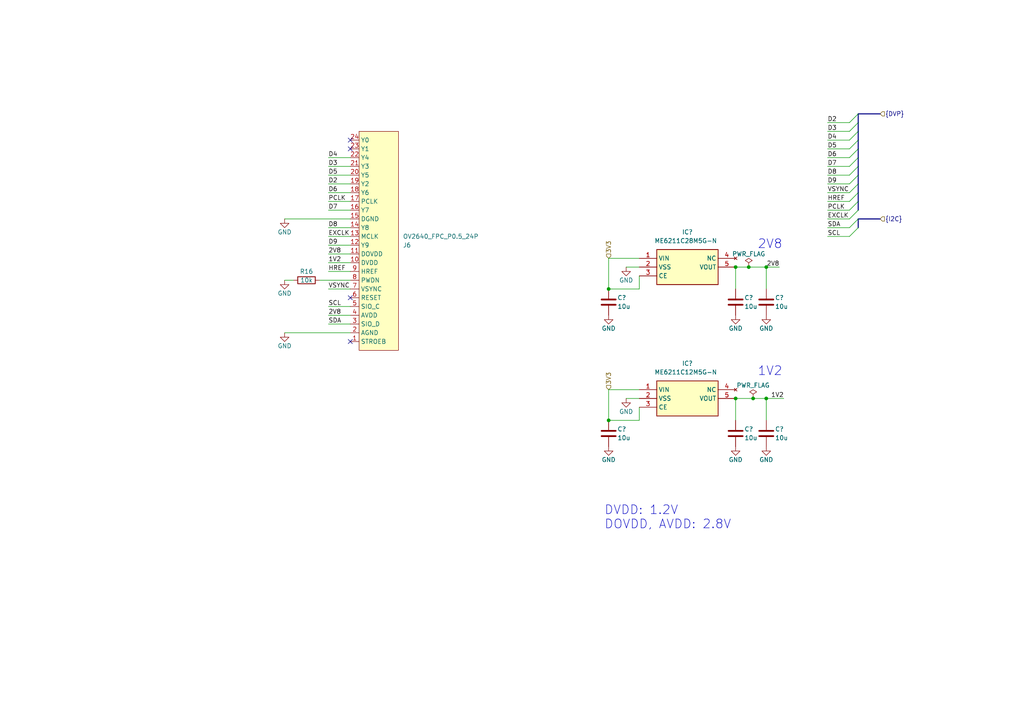
<source format=kicad_sch>
(kicad_sch (version 20231120) (generator "eeschema") (generator_version "8.0")
  (paper "A4")
  (lib_symbols
    (symbol "Device:C" (pin_numbers hide) (pin_names (offset 0.254))
      (property "Reference" "C" (at 0.635 2.54 0))
      (property "Value" "C" (at 0.635 -2.54 0))
      (symbol "C_0_1"
        (polyline (pts (xy -2.032 -0.762) (xy 2.032 -0.762)) (stroke (width 0.508)))
        (polyline (pts (xy -2.032 0.762) (xy 2.032 0.762)) (stroke (width 0.508)))
      )
      (symbol "C_1_1"
        (pin passive line (at 0 3.81 270) (length 2.794) (name "~") (number "1"))
        (pin passive line (at 0 -3.81 90) (length 2.794) (name "~") (number "2"))
      )
    )
    (symbol "Device:R" (pin_numbers hide) (pin_names (offset 0))
      (property "Reference" "R" (at 2.032 0 90))
      (property "Value" "R" (at 0 0 90))
      (symbol "R_0_1"
        (rectangle (start -1.016 -2.54) (end 1.016 2.54) (stroke (width 0.254)))
      )
      (symbol "R_1_1"
        (pin passive line (at 0 3.81 270) (length 1.27) (name "~") (number "1"))
        (pin passive line (at 0 -3.81 90) (length 1.27) (name "~") (number "2"))
      )
    )
    (symbol "Ikafly_lib:OV2640_FPC"
      (property "Reference" "J" (at 6.35 3.81 0))
      (property "Value" "OV2640_FPC_P0.5_24P" (at 5.08 1.27 0))
      (symbol "OV2640_FPC_1_1"
        (rectangle (start 2.54 0) (end 13.97 -63.5) (fill (type background)))
        (pin input line (at 0 -2.54 0) (length 2.54) (name "STROEB") (number "1"))
        (pin input line (at 0 -25.4 0) (length 2.54) (name "DVDD") (number "10"))
        (pin input line (at 0 -27.94 0) (length 2.54) (name "DOVDD") (number "11"))
        (pin input line (at 0 -30.48 0) (length 2.54) (name "Y9") (number "12"))
        (pin input line (at 0 -33.02 0) (length 2.54) (name "MCLK") (number "13"))
        (pin input line (at 0 -35.56 0) (length 2.54) (name "Y8") (number "14"))
        (pin input line (at 0 -38.1 0) (length 2.54) (name "DGND") (number "15"))
        (pin input line (at 0 -40.64 0) (length 2.54) (name "Y7") (number "16"))
        (pin input line (at 0 -43.18 0) (length 2.54) (name "PCLK") (number "17"))
        (pin input line (at 0 -45.72 0) (length 2.54) (name "Y6") (number "18"))
        (pin input line (at 0 -48.26 0) (length 2.54) (name "Y2") (number "19"))
        (pin input line (at 0 -5.08 0) (length 2.54) (name "AGND") (number "2"))
        (pin input line (at 0 -50.8 0) (length 2.54) (name "Y5") (number "20"))
        (pin input line (at 0 -53.34 0) (length 2.54) (name "Y3") (number "21"))
        (pin input line (at 0 -55.88 0) (length 2.54) (name "Y4") (number "22"))
        (pin input line (at 0 -58.42 0) (length 2.54) (name "Y1") (number "23"))
        (pin input line (at 0 -60.96 0) (length 2.54) (name "Y0") (number "24"))
        (pin input line (at 0 -7.62 0) (length 2.54) (name "SIO_D") (number "3"))
        (pin input line (at 0 -10.16 0) (length 2.54) (name "AVDD") (number "4"))
        (pin input line (at 0 -12.7 0) (length 2.54) (name "SIO_C") (number "5"))
        (pin input line (at 0 -15.24 0) (length 2.54) (name "RESET") (number "6"))
        (pin input line (at 0 -17.78 0) (length 2.54) (name "VSYNC") (number "7"))
        (pin input line (at 0 -20.32 0) (length 2.54) (name "PWDN") (number "8"))
        (pin input line (at 0 -22.86 0) (length 2.54) (name "HREF") (number "9"))
      )
    )
    (symbol "SamacSys_Parts:ME6211C33M5G"
      (property "Reference" "IC" (at 24.13 7.62 0))
      (property "Value" "ME6211C33M5G" (at 24.13 5.08 0))
      (symbol "ME6211C33M5G_1_1"
        (rectangle (start 5.08 2.54) (end 22.86 -7.62) (stroke (width 0.254)) (fill (type background)))
        (pin passive line (at 0 0 0) (length 5.08) (name "VIN") (number "1"))
        (pin passive line (at 0 -2.54 0) (length 5.08) (name "VSS") (number "2"))
        (pin passive line (at 0 -5.08 0) (length 5.08) (name "CE") (number "3"))
        (pin no_connect line (at 27.94 0 180) (length 5.08) (name "NC") (number "4"))
        (pin passive line (at 27.94 -2.54 180) (length 5.08) (name "VOUT") (number "5"))
      )
    )
    (symbol "power:GND" (power) (pin_names (offset 0))
      (property "Value" "GND" (at 0 -3.81 0))
      (symbol "GND_0_1"
        (polyline (pts (xy 0 0) (xy 0 -1.27) (xy 1.27 -1.27) (xy 0 -2.54) (xy -1.27 -1.27) (xy 0 -1.27)))
      )
      (symbol "GND_1_1"
        (pin power_in line (at 0 0 270) (length 0) hide (name "GND") (number "1"))
      )
    )
    (symbol "power:PWR_FLAG" (power) (pin_numbers hide) (pin_names (offset 0) hide)
      (property "Value" "PWR_FLAG" (at 0 3.81 0))
      (symbol "PWR_FLAG_0_0"
        (pin power_out line (at 0 0 90) (length 0) (name "pwr") (number "1"))
      )
      (symbol "PWR_FLAG_0_1"
        (polyline (pts (xy 0 0) (xy 0 1.27) (xy -1.016 1.905) (xy 0 2.54) (xy 1.016 1.905) (xy 0 1.27)))
      )
    )
  )
  (junction (at 218.44 115.57))
  (junction (at 213.36 77.47))
  (junction (at 176.53 121.92))
  (junction (at 176.53 83.82))
  (junction (at 222.25 77.47))
  (junction (at 222.25 115.57))
  (junction (at 217.17 77.47))
  (junction (at 213.36 115.57))
  (no_connect (at 101.6 40.64))
  (no_connect (at 101.6 43.18))
  (no_connect (at 101.6 86.36))
  (no_connect (at 101.6 99.06))
  (bus_entry (at 246.38 66.04) (size 2.54 -2.54))
  (bus_entry (at 246.38 58.42) (size 2.54 -2.54))
  (bus_entry (at 246.38 48.26) (size 2.54 -2.54))
  (bus_entry (at 246.38 38.1) (size 2.54 -2.54))
  (bus_entry (at 246.38 60.96) (size 2.54 -2.54))
  (bus_entry (at 246.38 53.34) (size 2.54 -2.54))
  (bus_entry (at 246.38 63.5) (size 2.54 -2.54))
  (bus_entry (at 246.38 50.8) (size 2.54 -2.54))
  (bus_entry (at 246.38 43.18) (size 2.54 -2.54))
  (bus_entry (at 246.38 55.88) (size 2.54 -2.54))
  (bus_entry (at 246.38 45.72) (size 2.54 -2.54))
  (bus_entry (at 246.38 40.64) (size 2.54 -2.54))
  (bus_entry (at 246.38 35.56) (size 2.54 -2.54))
  (bus_entry (at 246.38 68.58) (size 2.54 -2.54))
  (wire (pts (xy 240.03 66.04) (xy 246.38 66.04)))
  (bus (pts (xy 248.92 35.56) (xy 248.92 33.02)))
  (wire (pts (xy 240.03 40.64) (xy 246.38 40.64)))
  (wire (pts (xy 176.53 74.93) (xy 176.53 83.82)))
  (wire (pts (xy 240.03 45.72) (xy 246.38 45.72)))
  (wire (pts (xy 95.25 91.44) (xy 101.6 91.44)))
  (bus (pts (xy 248.92 58.42) (xy 248.92 55.88)))
  (wire (pts (xy 95.25 68.58) (xy 101.6 68.58)))
  (wire (pts (xy 82.55 63.5) (xy 101.6 63.5)))
  (wire (pts (xy 82.55 81.28) (xy 85.09 81.28)))
  (bus (pts (xy 248.92 48.26) (xy 248.92 45.72)))
  (wire (pts (xy 240.03 43.18) (xy 246.38 43.18)))
  (wire (pts (xy 217.17 77.47) (xy 222.25 77.47)))
  (wire (pts (xy 240.03 58.42) (xy 246.38 58.42)))
  (wire (pts (xy 240.03 68.58) (xy 246.38 68.58)))
  (wire (pts (xy 95.25 83.82) (xy 101.6 83.82)))
  (wire (pts (xy 95.25 76.2) (xy 101.6 76.2)))
  (bus (pts (xy 248.92 53.34) (xy 248.92 50.8)))
  (bus (pts (xy 248.92 40.64) (xy 248.92 38.1)))
  (wire (pts (xy 222.25 83.82) (xy 222.25 77.47)))
  (wire (pts (xy 95.25 53.34) (xy 101.6 53.34)))
  (wire (pts (xy 176.53 113.03) (xy 185.42 113.03)))
  (wire (pts (xy 95.25 93.98) (xy 101.6 93.98)))
  (bus (pts (xy 248.92 66.04) (xy 248.92 63.5)))
  (bus (pts (xy 248.92 60.96) (xy 248.92 58.42)))
  (wire (pts (xy 240.03 63.5) (xy 246.38 63.5)))
  (wire (pts (xy 95.25 73.66) (xy 101.6 73.66)))
  (wire (pts (xy 185.42 80.01) (xy 185.42 83.82)))
  (wire (pts (xy 240.03 35.56) (xy 246.38 35.56)))
  (wire (pts (xy 213.36 83.82) (xy 213.36 77.47)))
  (wire (pts (xy 95.25 45.72) (xy 101.6 45.72)))
  (wire (pts (xy 222.25 77.47) (xy 226.06 77.47)))
  (bus (pts (xy 248.92 63.5) (xy 255.27 63.5)))
  (bus (pts (xy 248.92 45.72) (xy 248.92 43.18)))
  (bus (pts (xy 248.92 55.88) (xy 248.92 53.34)))
  (wire (pts (xy 222.25 121.92) (xy 222.25 115.57)))
  (wire (pts (xy 213.36 115.57) (xy 218.44 115.57)))
  (wire (pts (xy 95.25 50.8) (xy 101.6 50.8)))
  (bus (pts (xy 248.92 38.1) (xy 248.92 35.56)))
  (wire (pts (xy 95.25 71.12) (xy 101.6 71.12)))
  (wire (pts (xy 176.53 74.93) (xy 185.42 74.93)))
  (wire (pts (xy 240.03 55.88) (xy 246.38 55.88)))
  (wire (pts (xy 240.03 60.96) (xy 246.38 60.96)))
  (bus (pts (xy 248.92 33.02) (xy 255.27 33.02)))
  (wire (pts (xy 95.25 55.88) (xy 101.6 55.88)))
  (wire (pts (xy 185.42 83.82) (xy 176.53 83.82)))
  (wire (pts (xy 240.03 38.1) (xy 246.38 38.1)))
  (wire (pts (xy 95.25 48.26) (xy 101.6 48.26)))
  (wire (pts (xy 185.42 121.92) (xy 176.53 121.92)))
  (wire (pts (xy 95.25 58.42) (xy 101.6 58.42)))
  (wire (pts (xy 185.42 118.11) (xy 185.42 121.92)))
  (wire (pts (xy 92.71 81.28) (xy 101.6 81.28)))
  (wire (pts (xy 240.03 48.26) (xy 246.38 48.26)))
  (wire (pts (xy 222.25 115.57) (xy 227.33 115.57)))
  (wire (pts (xy 176.53 113.03) (xy 176.53 121.92)))
  (wire (pts (xy 95.25 88.9) (xy 101.6 88.9)))
  (wire (pts (xy 240.03 53.34) (xy 246.38 53.34)))
  (wire (pts (xy 213.36 77.47) (xy 217.17 77.47)))
  (wire (pts (xy 181.61 115.57) (xy 185.42 115.57)))
  (wire (pts (xy 82.55 96.52) (xy 101.6 96.52)))
  (wire (pts (xy 218.44 115.57) (xy 222.25 115.57)))
  (wire (pts (xy 213.36 121.92) (xy 213.36 115.57)))
  (wire (pts (xy 240.03 50.8) (xy 246.38 50.8)))
  (wire (pts (xy 95.25 78.74) (xy 101.6 78.74)))
  (wire (pts (xy 95.25 66.04) (xy 101.6 66.04)))
  (wire (pts (xy 95.25 60.96) (xy 101.6 60.96)))
  (bus (pts (xy 248.92 43.18) (xy 248.92 40.64)))
  (wire (pts (xy 181.61 77.47) (xy 185.42 77.47)))
  (bus (pts (xy 248.92 50.8) (xy 248.92 48.26)))
  (text "1V2" (at 219.71 109.22 0) (effects (font (size 2.56 2.56)) (justify left bottom)))
  (text "2V8" (at 219.71 72.39 0) (effects (font (size 2.56 2.56)) (justify left bottom)))
  (text "DVDD: 1.2V\nDOVDD, AVDD: 2.8V" (at 175.26 153.67 0) (effects (font (size 2.56 2.56)) (justify left bottom)))
  (label "D9" (at 95.25 71.12 0))
  (label "PCLK" (at 95.25 58.42 0))
  (label "SCL" (at 240.03 68.58 0))
  (label "SCL" (at 95.25 88.9 0))
  (label "D7" (at 95.25 60.96 0))
  (label "D2" (at 95.25 53.34 0))
  (label "SDA" (at 95.25 93.98 0))
  (label "D4" (at 95.25 45.72 0))
  (label "2V8" (at 95.25 73.66 0))
  (label "D5" (at 240.03 43.18 0))
  (label "EXCLK" (at 240.03 63.5 0))
  (label "D9" (at 240.03 53.34 0))
  (label "D8" (at 95.25 66.04 0))
  (label "D3" (at 95.25 48.26 0))
  (label "D8" (at 240.03 50.8 0))
  (label "D6" (at 95.25 55.88 0))
  (label "D7" (at 240.03 48.26 0))
  (label "VSYNC" (at 95.25 83.82 0))
  (label "PCLK" (at 240.03 60.96 0))
  (label "1V2" (at 227.33 115.57 180))
  (label "HREF" (at 95.25 78.74 0))
  (label "EXCLK" (at 95.25 68.58 0))
  (label "D4" (at 240.03 40.64 0))
  (label "VSYNC" (at 240.03 55.88 0))
  (label "2V8" (at 95.25 91.44 0))
  (label "HREF" (at 240.03 58.42 0))
  (label "D3" (at 240.03 38.1 0))
  (label "D5" (at 95.25 50.8 0))
  (label "D2" (at 240.03 35.56 0))
  (label "2V8" (at 226.06 77.47 180))
  (label "1V2" (at 95.25 76.2 0))
  (label "D6" (at 240.03 45.72 0))
  (label "SDA" (at 240.03 66.04 0))
  (hierarchical_label "{I2C}" (shape input) (at 255.27 63.5 0))
  (hierarchical_label "3V3" (shape input) (at 176.53 74.93 90))
  (hierarchical_label "3V3" (shape input) (at 176.53 113.03 90))
  (hierarchical_label "{DVP}" (shape input) (at 255.27 33.02 0))
  (symbol (lib_id "power:GND") (at 176.53 91.44 0) (unit 1)
    (property "Reference" "#PWR?" (effects (hide yes)))
    (property "Value" "GND" (at 176.53 95.25 0))
    (instances (project "camera_exp" (path "" (reference "#PWR?") (unit 1))) (project "ikafly_main" (path "" (reference "#PWR043") (unit 1))))
  )
  (symbol (lib_id "power:PWR_FLAG") (at 218.44 115.57 0) (unit 1)
    (property "Reference" "#FLG?" (effects (hide yes)))
    (property "Value" "PWR_FLAG" (at 218.44 111.76 0))
    (instances (project "camera_exp" (path "" (reference "#FLG?") (unit 1))) (project "ikafly_main" (path "" (reference "#FLG02") (unit 1))))
  )
  (symbol (lib_id "power:GND") (at 213.36 129.54 0) (unit 1)
    (property "Reference" "#PWR?" (effects (hide yes)))
    (property "Value" "GND" (at 213.36 133.35 0))
    (instances (project "camera_exp" (path "" (reference "#PWR?") (unit 1))) (project "ikafly_main" (path "" (reference "#PWR048") (unit 1))))
  )
  (symbol (lib_id "Device:C") (at 176.53 125.73 0) (unit 1)
    (property "Reference" "C?" (at 179.07 124.46 0) (effects (justify left)))
    (property "Value" "10u" (at 179.07 127 0) (effects (justify left)))
    (property "Footprint" "Capacitor_SMD:C_0603_1608Metric" (effects (hide yes)))
    (property "LCSC" "C1691" (effects (hide yes)))
    (instances (project "camera_exp" (path "" (reference "C?") (unit 1))) (project "ikafly_main" (path "" (reference "C17") (unit 1))))
  )
  (symbol (lib_id "Device:R") (at 88.9 81.28 90) (unit 1)
    (property "Reference" "R16" (at 88.9 78.74 90))
    (property "Value" "10k" (at 88.9 81.28 90))
    (property "Footprint" "Resistor_SMD:R_0402_1005Metric" (effects (hide yes)))
    (property "LCSC" "C2906885" (effects (hide yes)))
  )
  (symbol (lib_id "power:GND") (at 213.36 91.44 0) (unit 1)
    (property "Reference" "#PWR?" (effects (hide yes)))
    (property "Value" "GND" (at 213.36 95.25 0))
    (instances (project "camera_exp" (path "" (reference "#PWR?") (unit 1))) (project "ikafly_main" (path "" (reference "#PWR047") (unit 1))))
  )
  (symbol (lib_id "power:GND") (at 222.25 129.54 0) (unit 1)
    (property "Reference" "#PWR?" (effects (hide yes)))
    (property "Value" "GND" (at 222.25 133.35 0))
    (instances (project "camera_exp" (path "" (reference "#PWR?") (unit 1))) (project "ikafly_main" (path "" (reference "#PWR072") (unit 1))))
  )
  (symbol (lib_id "power:GND") (at 181.61 77.47 0) (unit 1)
    (property "Reference" "#PWR?" (effects (hide yes)))
    (property "Value" "GND" (at 181.61 81.28 0))
    (instances (project "camera_exp" (path "" (reference "#PWR?") (unit 1))) (project "ikafly_main" (path "" (reference "#PWR045") (unit 1))))
  )
  (symbol (lib_id "power:PWR_FLAG") (at 217.17 77.47 0) (unit 1)
    (property "Reference" "#FLG?" (effects (hide yes)))
    (property "Value" "PWR_FLAG" (at 217.17 73.66 0))
    (instances (project "camera_exp" (path "" (reference "#FLG?") (unit 1))) (project "ikafly_main" (path "" (reference "#FLG01") (unit 1))))
  )
  (symbol (lib_id "power:GND") (at 82.55 81.28 0) (unit 1)
    (property "Reference" "#PWR?" (effects (hide yes)))
    (property "Value" "GND" (at 82.55 85.09 0))
    (instances (project "camera_exp" (path "" (reference "#PWR?") (unit 1))) (project "ikafly_main" (path "" (reference "#PWR041") (unit 1))))
  )
  (symbol (lib_id "Device:C") (at 222.25 125.73 0) (unit 1)
    (property "Reference" "C?" (at 224.79 124.46 0) (effects (justify left)))
    (property "Value" "10u" (at 224.79 127 0) (effects (justify left)))
    (property "Footprint" "Capacitor_SMD:C_0603_1608Metric" (effects (hide yes)))
    (property "LCSC" "C1691" (effects (hide yes)))
    (instances (project "camera_exp" (path "" (reference "C?") (unit 1))) (project "ikafly_main" (path "" (reference "C33") (unit 1))))
  )
  (symbol (lib_id "Device:C") (at 213.36 125.73 0) (unit 1)
    (property "Reference" "C?" (at 215.9 124.46 0) (effects (justify left)))
    (property "Value" "10u" (at 215.9 127 0) (effects (justify left)))
    (property "Footprint" "Capacitor_SMD:C_0603_1608Metric" (effects (hide yes)))
    (property "LCSC" "C1691" (effects (hide yes)))
    (instances (project "camera_exp" (path "" (reference "C?") (unit 1))) (project "ikafly_main" (path "" (reference "C19") (unit 1))))
  )
  (symbol (lib_id "Device:C") (at 176.53 87.63 0) (unit 1)
    (property "Reference" "C?" (at 179.07 86.36 0) (effects (justify left)))
    (property "Value" "10u" (at 179.07 88.9 0) (effects (justify left)))
    (property "Footprint" "Capacitor_SMD:C_0603_1608Metric" (effects (hide yes)))
    (property "LCSC" "C1691" (effects (hide yes)))
    (instances (project "camera_exp" (path "" (reference "C?") (unit 1))) (project "ikafly_main" (path "" (reference "C16") (unit 1))))
  )
  (symbol (lib_id "SamacSys_Parts:ME6211C33M5G") (at 185.42 74.93 0) (unit 1)
    (property "Reference" "IC?" (at 199.39 67.31 0))
    (property "Value" "ME6211C28M5G-N " (at 199.39 69.85 0))
    (property "Footprint" "SamacSys_Parts:SOT95P282X145-5N" (effects (hide yes)))
    (property "Height" "1.45" (effects (hide yes)))
    (property "Manufacturer_Name" "Microne" (effects (hide yes)))
    (property "Manufacturer_Part_Number" "ME6211C28M5G" (effects (hide yes)))
    (property "LCSC" "C53099" (effects (hide yes)))
    (instances (project "camera_exp" (path "" (reference "IC?") (unit 1))) (project "ikafly_main" (path "" (reference "IC6") (unit 1))))
  )
  (symbol (lib_id "power:GND") (at 82.55 96.52 0) (unit 1)
    (property "Reference" "#PWR?" (effects (hide yes)))
    (property "Value" "GND" (at 82.55 100.33 0))
    (instances (project "camera_exp" (path "" (reference "#PWR?") (unit 1))) (project "ikafly_main" (path "" (reference "#PWR042") (unit 1))))
  )
  (symbol (lib_id "power:GND") (at 181.61 115.57 0) (unit 1)
    (property "Reference" "#PWR?" (effects (hide yes)))
    (property "Value" "GND" (at 181.61 119.38 0))
    (instances (project "camera_exp" (path "" (reference "#PWR?") (unit 1))) (project "ikafly_main" (path "" (reference "#PWR046") (unit 1))))
  )
  (symbol (lib_id "power:GND") (at 222.25 91.44 0) (unit 1)
    (property "Reference" "#PWR?" (effects (hide yes)))
    (property "Value" "GND" (at 222.25 95.25 0))
    (instances (project "camera_exp" (path "" (reference "#PWR?") (unit 1))) (project "ikafly_main" (path "" (reference "#PWR071") (unit 1))))
  )
  (symbol (lib_id "Device:C") (at 213.36 87.63 0) (unit 1)
    (property "Reference" "C?" (at 215.9 86.36 0) (effects (justify left)))
    (property "Value" "10u" (at 215.9 88.9 0) (effects (justify left)))
    (property "Footprint" "Capacitor_SMD:C_0603_1608Metric" (effects (hide yes)))
    (property "LCSC" "C1691" (effects (hide yes)))
    (instances (project "camera_exp" (path "" (reference "C?") (unit 1))) (project "ikafly_main" (path "" (reference "C18") (unit 1))))
  )
  (symbol (lib_id "power:GND") (at 82.55 63.5 0) (unit 1)
    (property "Reference" "#PWR?" (effects (hide yes)))
    (property "Value" "GND" (at 82.55 67.31 0))
    (instances (project "camera_exp" (path "" (reference "#PWR?") (unit 1))) (project "ikafly_main" (path "" (reference "#PWR040") (unit 1))))
  )
  (symbol (lib_id "Ikafly_lib:OV2640_FPC") (at 101.6 101.6 0) (mirror x) (unit 1)
    (property "Reference" "J6" (at 116.84 71.12 0) (effects (justify left)))
    (property "Value" "OV2640_FPC_P0.5_24P" (at 116.84 68.58 0) (effects (justify left)))
    (property "Footprint" "Ikafly_lib:FC05-SXXDCU-00" (effects (hide yes)))
    (property "LCSC" "C2998872" (effects (hide yes)))
  )
  (symbol (lib_id "power:GND") (at 176.53 129.54 0) (unit 1)
    (property "Reference" "#PWR?" (effects (hide yes)))
    (property "Value" "GND" (at 176.53 133.35 0))
    (instances (project "camera_exp" (path "" (reference "#PWR?") (unit 1))) (project "ikafly_main" (path "" (reference "#PWR044") (unit 1))))
  )
  (symbol (lib_id "Device:C") (at 222.25 87.63 0) (unit 1)
    (property "Reference" "C?" (at 224.79 86.36 0) (effects (justify left)))
    (property "Value" "10u" (at 224.79 88.9 0) (effects (justify left)))
    (property "Footprint" "Capacitor_SMD:C_0603_1608Metric" (effects (hide yes)))
    (property "LCSC" "C1691" (effects (hide yes)))
    (instances (project "camera_exp" (path "" (reference "C?") (unit 1))) (project "ikafly_main" (path "" (reference "C32") (unit 1))))
  )
  (symbol (lib_id "SamacSys_Parts:ME6211C33M5G") (at 185.42 113.03 0) (unit 1)
    (property "Reference" "IC?" (at 199.39 105.41 0))
    (property "Value" "ME6211C12M5G-N " (at 199.39 107.95 0))
    (property "Footprint" "SamacSys_Parts:SOT95P282X145-5N" (effects (hide yes)))
    (property "Height" "1.45" (effects (hide yes)))
    (property "Manufacturer_Name" "Microne" (effects (hide yes)))
    (property "Manufacturer_Part_Number" "ME6211C12M5G" (effects (hide yes)))
    (property "LCSC" "C236672" (effects (hide yes)))
    (instances (project "camera_exp" (path "" (reference "IC?") (unit 1))) (project "ikafly_main" (path "" (reference "IC7") (unit 1))))
  )
)
</source>
